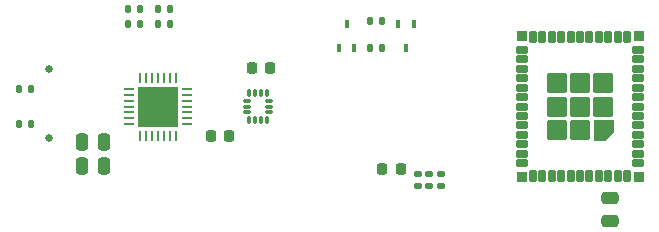
<source format=gbr>
%TF.GenerationSoftware,KiCad,Pcbnew,(7.0.0)*%
%TF.CreationDate,2023-10-22T09:50:51+03:00*%
%TF.ProjectId,nanoInvaderBot-logic,6e616e6f-496e-4766-9164-6572426f742d,rev?*%
%TF.SameCoordinates,Original*%
%TF.FileFunction,Soldermask,Bot*%
%TF.FilePolarity,Negative*%
%FSLAX46Y46*%
G04 Gerber Fmt 4.6, Leading zero omitted, Abs format (unit mm)*
G04 Created by KiCad (PCBNEW (7.0.0)) date 2023-10-22 09:50:51*
%MOMM*%
%LPD*%
G01*
G04 APERTURE LIST*
G04 Aperture macros list*
%AMRoundRect*
0 Rectangle with rounded corners*
0 $1 Rounding radius*
0 $2 $3 $4 $5 $6 $7 $8 $9 X,Y pos of 4 corners*
0 Add a 4 corners polygon primitive as box body*
4,1,4,$2,$3,$4,$5,$6,$7,$8,$9,$2,$3,0*
0 Add four circle primitives for the rounded corners*
1,1,$1+$1,$2,$3*
1,1,$1+$1,$4,$5*
1,1,$1+$1,$6,$7*
1,1,$1+$1,$8,$9*
0 Add four rect primitives between the rounded corners*
20,1,$1+$1,$2,$3,$4,$5,0*
20,1,$1+$1,$4,$5,$6,$7,0*
20,1,$1+$1,$6,$7,$8,$9,0*
20,1,$1+$1,$8,$9,$2,$3,0*%
G04 Aperture macros list end*
%ADD10C,0.010000*%
%ADD11C,0.660400*%
%ADD12RoundRect,0.135000X-0.135000X-0.185000X0.135000X-0.185000X0.135000X0.185000X-0.135000X0.185000X0*%
%ADD13RoundRect,0.087500X0.087500X-0.225000X0.087500X0.225000X-0.087500X0.225000X-0.087500X-0.225000X0*%
%ADD14RoundRect,0.087500X0.225000X-0.087500X0.225000X0.087500X-0.225000X0.087500X-0.225000X-0.087500X0*%
%ADD15RoundRect,0.225000X-0.225000X-0.250000X0.225000X-0.250000X0.225000X0.250000X-0.225000X0.250000X0*%
%ADD16RoundRect,0.135000X0.135000X0.185000X-0.135000X0.185000X-0.135000X-0.185000X0.135000X-0.185000X0*%
%ADD17R,0.450000X0.700000*%
%ADD18RoundRect,0.250000X0.475000X-0.250000X0.475000X0.250000X-0.475000X0.250000X-0.475000X-0.250000X0*%
%ADD19RoundRect,0.062500X0.062500X-0.337500X0.062500X0.337500X-0.062500X0.337500X-0.062500X-0.337500X0*%
%ADD20RoundRect,0.062500X0.337500X-0.062500X0.337500X0.062500X-0.337500X0.062500X-0.337500X-0.062500X0*%
%ADD21R,3.350000X3.350000*%
%ADD22RoundRect,0.135000X0.185000X-0.135000X0.185000X0.135000X-0.185000X0.135000X-0.185000X-0.135000X0*%
%ADD23RoundRect,0.225000X0.225000X0.250000X-0.225000X0.250000X-0.225000X-0.250000X0.225000X-0.250000X0*%
%ADD24RoundRect,0.250000X-0.250000X-0.475000X0.250000X-0.475000X0.250000X0.475000X-0.250000X0.475000X0*%
%ADD25RoundRect,0.102000X0.200000X-0.400000X0.200000X0.400000X-0.200000X0.400000X-0.200000X-0.400000X0*%
%ADD26RoundRect,0.102000X0.400000X-0.200000X0.400000X0.200000X-0.400000X0.200000X-0.400000X-0.200000X0*%
%ADD27RoundRect,0.102000X0.725000X-0.725000X0.725000X0.725000X-0.725000X0.725000X-0.725000X-0.725000X0*%
%ADD28RoundRect,0.102000X0.350000X-0.350000X0.350000X0.350000X-0.350000X0.350000X-0.350000X-0.350000X0*%
G04 APERTURE END LIST*
%TO.C,U2*%
G36*
X172050000Y-102140000D02*
G01*
X171390000Y-102800000D01*
X170400000Y-102800000D01*
X170400000Y-101150000D01*
X172050000Y-101150000D01*
X172050000Y-102140000D01*
G37*
D10*
X172050000Y-102140000D02*
X171390000Y-102800000D01*
X170400000Y-102800000D01*
X170400000Y-101150000D01*
X172050000Y-101150000D01*
X172050000Y-102140000D01*
%TD*%
D11*
%TO.C,J1*%
X124287800Y-96859999D03*
X124287800Y-102640001D03*
%TD*%
D12*
%TO.C,R2*%
X130995000Y-91750000D03*
X132015000Y-91750000D03*
%TD*%
D13*
%TO.C,U3*%
X142750000Y-101162500D03*
X142250000Y-101162500D03*
X141750000Y-101162500D03*
X141250000Y-101162500D03*
D14*
X141087500Y-100500000D03*
X141087500Y-100000000D03*
X141087500Y-99500000D03*
D13*
X141250000Y-98837500D03*
X141750000Y-98837500D03*
X142250000Y-98837500D03*
X142750000Y-98837500D03*
D14*
X142912500Y-99500000D03*
X142912500Y-100000000D03*
X142912500Y-100500000D03*
%TD*%
D15*
%TO.C,C5*%
X141475000Y-96750000D03*
X143025000Y-96750000D03*
%TD*%
D16*
%TO.C,R3*%
X132015000Y-93000000D03*
X130995000Y-93000000D03*
%TD*%
D17*
%TO.C,Q1*%
X153849999Y-92999999D03*
X155149999Y-92999999D03*
X154499999Y-94999999D03*
%TD*%
D18*
%TO.C,C8*%
X171750000Y-109650000D03*
X171750000Y-107750000D03*
%TD*%
D19*
%TO.C,U1*%
X135000000Y-102450000D03*
X134500000Y-102450000D03*
X134000000Y-102450000D03*
X133500000Y-102450000D03*
X133000000Y-102450000D03*
X132500000Y-102450000D03*
X132000000Y-102450000D03*
D20*
X131050000Y-101500000D03*
X131050000Y-101000000D03*
X131050000Y-100500000D03*
X131050000Y-100000000D03*
X131050000Y-99500000D03*
X131050000Y-99000000D03*
X131050000Y-98500000D03*
D19*
X132000000Y-97550000D03*
X132500000Y-97550000D03*
X133000000Y-97550000D03*
X133500000Y-97550000D03*
X134000000Y-97550000D03*
X134500000Y-97550000D03*
X135000000Y-97550000D03*
D20*
X135950000Y-98500000D03*
X135950000Y-99000000D03*
X135950000Y-99500000D03*
X135950000Y-100000000D03*
X135950000Y-100500000D03*
X135950000Y-101000000D03*
X135950000Y-101500000D03*
D21*
X133499999Y-99999999D03*
%TD*%
D12*
%TO.C,R4*%
X151490000Y-92750000D03*
X152510000Y-92750000D03*
%TD*%
D22*
%TO.C,R5*%
X155500000Y-106760000D03*
X155500000Y-105740000D03*
%TD*%
D17*
%TO.C,Q2*%
X150149999Y-94999999D03*
X148849999Y-94999999D03*
X149499999Y-92999999D03*
%TD*%
D16*
%TO.C,R8*%
X152510000Y-95000000D03*
X151490000Y-95000000D03*
%TD*%
D12*
%TO.C,R11*%
X133485000Y-93000000D03*
X134505000Y-93000000D03*
%TD*%
D23*
%TO.C,C4*%
X139525000Y-102500000D03*
X137975000Y-102500000D03*
%TD*%
D24*
%TO.C,C6*%
X127050000Y-103000000D03*
X128950000Y-103000000D03*
%TD*%
D25*
%TO.C,U2*%
X173250000Y-105900000D03*
X172450000Y-105900000D03*
X171650000Y-105900000D03*
X170850000Y-105900000D03*
X170050000Y-105900000D03*
X169250000Y-105900000D03*
X168450000Y-105900000D03*
X167650000Y-105900000D03*
X166850000Y-105900000D03*
X166050000Y-105900000D03*
X165250000Y-105900000D03*
D26*
X164350000Y-104800000D03*
X164350000Y-104000000D03*
X164350000Y-103200000D03*
X164350000Y-102400000D03*
X164350000Y-101600000D03*
X164350000Y-100800000D03*
X164350000Y-100000000D03*
X164350000Y-99200000D03*
X164350000Y-98400000D03*
X164350000Y-97600000D03*
X164350000Y-96800000D03*
X164350000Y-96000000D03*
X164350000Y-95200000D03*
D25*
X165250000Y-94100000D03*
X166050000Y-94100000D03*
X166850000Y-94100000D03*
X167650000Y-94100000D03*
X168450000Y-94100000D03*
X169250000Y-94100000D03*
X170050000Y-94100000D03*
X170850000Y-94100000D03*
X171650000Y-94100000D03*
X172450000Y-94100000D03*
X173250000Y-94100000D03*
D26*
X174150000Y-95200000D03*
X174150000Y-96000000D03*
X174150000Y-96800000D03*
X174150000Y-97600000D03*
X174150000Y-98400000D03*
X174150000Y-99200000D03*
X174150000Y-100000000D03*
X174150000Y-100800000D03*
X174150000Y-101600000D03*
X174150000Y-102400000D03*
X174150000Y-103200000D03*
X174150000Y-104000000D03*
X174150000Y-104800000D03*
D27*
X171225000Y-100000000D03*
X171225000Y-98025000D03*
X169250000Y-98025000D03*
X167275000Y-98025000D03*
X167275000Y-100000000D03*
X167275000Y-101975000D03*
X169250000Y-101975000D03*
X169250000Y-100000000D03*
D28*
X174200000Y-94050000D03*
X164300000Y-94050000D03*
X164300000Y-105950000D03*
X174200000Y-105950000D03*
%TD*%
D12*
%TO.C,R6*%
X121740000Y-101500000D03*
X122760000Y-101500000D03*
%TD*%
D22*
%TO.C,R13*%
X157500000Y-106760000D03*
X157500000Y-105740000D03*
%TD*%
%TO.C,R12*%
X156500000Y-106750000D03*
X156500000Y-105730000D03*
%TD*%
D12*
%TO.C,R7*%
X121740000Y-98500000D03*
X122760000Y-98500000D03*
%TD*%
D16*
%TO.C,R1*%
X134515000Y-91750000D03*
X133495000Y-91750000D03*
%TD*%
D24*
%TO.C,C7*%
X127050000Y-105000000D03*
X128950000Y-105000000D03*
%TD*%
D23*
%TO.C,C3*%
X154050000Y-105250000D03*
X152500000Y-105250000D03*
%TD*%
M02*

</source>
